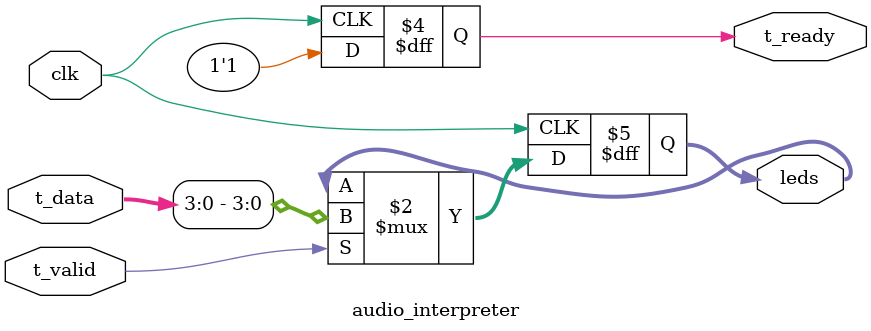
<source format=v>
module audio_interpreter
(
    input clk,
    input [15:0] t_data,
    input t_valid,
    output reg t_ready,
    output reg [3:0] leds
);

always @(posedge clk)begin
    t_ready <= 1;
    
    if(t_valid)begin
        leds <= t_data[3:0];
    end
end

endmodule

</source>
